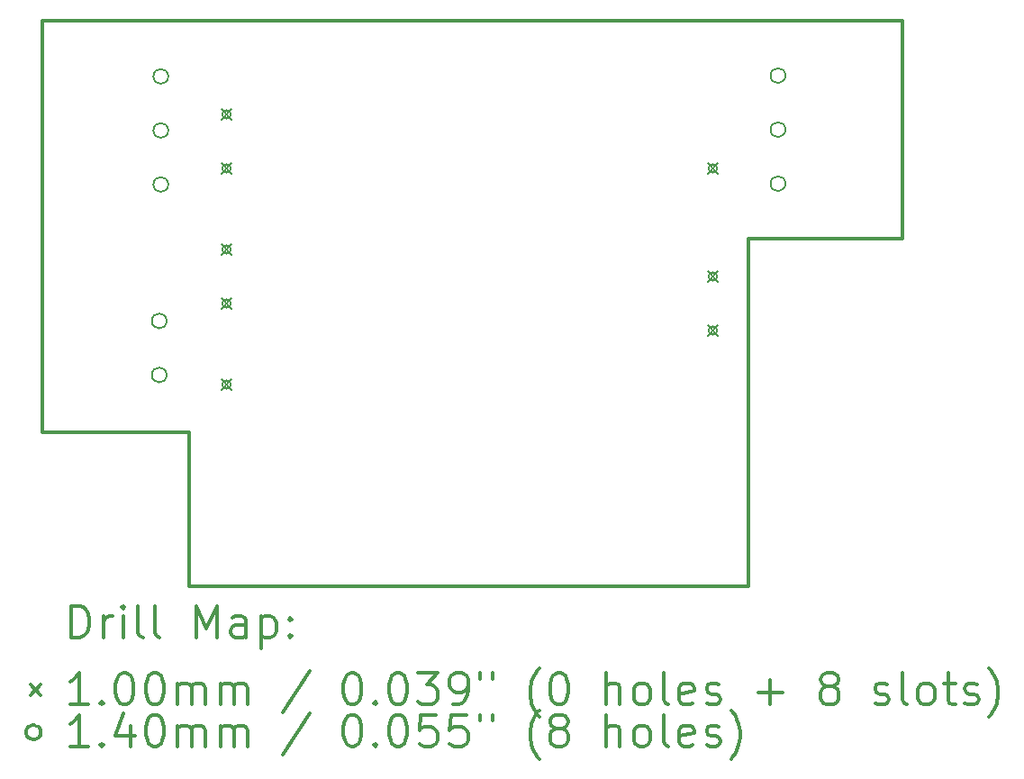
<source format=gbr>
%FSLAX45Y45*%
G04 Gerber Fmt 4.5, Leading zero omitted, Abs format (unit mm)*
G04 Created by KiCad (PCBNEW (5.1.6)-1) date 2021-09-02 16:17:33*
%MOMM*%
%LPD*%
G01*
G04 APERTURE LIST*
%TA.AperFunction,Profile*%
%ADD10C,0.300000*%
%TD*%
%ADD11C,0.200000*%
%ADD12C,0.300000*%
G04 APERTURE END LIST*
D10*
X11659108Y-10307066D02*
X16923512Y-10307066D01*
X11659108Y-8858758D02*
X11659108Y-10307066D01*
X10284206Y-8858758D02*
X11659108Y-8858758D01*
X10284206Y-4984496D02*
X10284206Y-8858758D01*
X18371312Y-4984496D02*
X10284206Y-4984496D01*
X18371312Y-7035292D02*
X18371312Y-4984496D01*
X16923512Y-7035292D02*
X18371312Y-7035292D01*
X16923512Y-10307066D02*
X16923512Y-7035292D01*
D11*
X11964104Y-5819286D02*
X12064104Y-5919286D01*
X12064104Y-5819286D02*
X11964104Y-5919286D01*
X11974104Y-5869286D02*
X11974104Y-5869286D01*
X12054104Y-5869286D02*
X12054104Y-5869286D01*
X11974104Y-5869286D02*
G75*
G03*
X12054104Y-5869286I40000J0D01*
G01*
X12054104Y-5869286D02*
G75*
G03*
X11974104Y-5869286I-40000J0D01*
G01*
X11964104Y-6327286D02*
X12064104Y-6427286D01*
X12064104Y-6327286D02*
X11964104Y-6427286D01*
X11974104Y-6377286D02*
X11974104Y-6377286D01*
X12054104Y-6377286D02*
X12054104Y-6377286D01*
X11974104Y-6377286D02*
G75*
G03*
X12054104Y-6377286I40000J0D01*
G01*
X12054104Y-6377286D02*
G75*
G03*
X11974104Y-6377286I-40000J0D01*
G01*
X11964104Y-7089286D02*
X12064104Y-7189286D01*
X12064104Y-7089286D02*
X11964104Y-7189286D01*
X11974104Y-7139286D02*
X11974104Y-7139286D01*
X12054104Y-7139286D02*
X12054104Y-7139286D01*
X11974104Y-7139286D02*
G75*
G03*
X12054104Y-7139286I40000J0D01*
G01*
X12054104Y-7139286D02*
G75*
G03*
X11974104Y-7139286I-40000J0D01*
G01*
X11964104Y-7597286D02*
X12064104Y-7697286D01*
X12064104Y-7597286D02*
X11964104Y-7697286D01*
X11974104Y-7647286D02*
X11974104Y-7647286D01*
X12054104Y-7647286D02*
X12054104Y-7647286D01*
X11974104Y-7647286D02*
G75*
G03*
X12054104Y-7647286I40000J0D01*
G01*
X12054104Y-7647286D02*
G75*
G03*
X11974104Y-7647286I-40000J0D01*
G01*
X11964104Y-8359286D02*
X12064104Y-8459286D01*
X12064104Y-8359286D02*
X11964104Y-8459286D01*
X11974104Y-8409286D02*
X11974104Y-8409286D01*
X12054104Y-8409286D02*
X12054104Y-8409286D01*
X11974104Y-8409286D02*
G75*
G03*
X12054104Y-8409286I40000J0D01*
G01*
X12054104Y-8409286D02*
G75*
G03*
X11974104Y-8409286I-40000J0D01*
G01*
X16536104Y-6327286D02*
X16636104Y-6427286D01*
X16636104Y-6327286D02*
X16536104Y-6427286D01*
X16546104Y-6377286D02*
X16546104Y-6377286D01*
X16626104Y-6377286D02*
X16626104Y-6377286D01*
X16546104Y-6377286D02*
G75*
G03*
X16626104Y-6377286I40000J0D01*
G01*
X16626104Y-6377286D02*
G75*
G03*
X16546104Y-6377286I-40000J0D01*
G01*
X16536104Y-7343286D02*
X16636104Y-7443286D01*
X16636104Y-7343286D02*
X16536104Y-7443286D01*
X16546104Y-7393286D02*
X16546104Y-7393286D01*
X16626104Y-7393286D02*
X16626104Y-7393286D01*
X16546104Y-7393286D02*
G75*
G03*
X16626104Y-7393286I40000J0D01*
G01*
X16626104Y-7393286D02*
G75*
G03*
X16546104Y-7393286I-40000J0D01*
G01*
X16536104Y-7851286D02*
X16636104Y-7951286D01*
X16636104Y-7851286D02*
X16536104Y-7951286D01*
X16546104Y-7901286D02*
X16546104Y-7901286D01*
X16626104Y-7901286D02*
X16626104Y-7901286D01*
X16546104Y-7901286D02*
G75*
G03*
X16626104Y-7901286I40000J0D01*
G01*
X16626104Y-7901286D02*
G75*
G03*
X16546104Y-7901286I-40000J0D01*
G01*
X11466726Y-5512308D02*
G75*
G03*
X11466726Y-5512308I-70000J0D01*
G01*
X11466726Y-6020308D02*
G75*
G03*
X11466726Y-6020308I-70000J0D01*
G01*
X11466726Y-6528308D02*
G75*
G03*
X11466726Y-6528308I-70000J0D01*
G01*
X17268594Y-5504434D02*
G75*
G03*
X17268594Y-5504434I-70000J0D01*
G01*
X17268594Y-6012434D02*
G75*
G03*
X17268594Y-6012434I-70000J0D01*
G01*
X17268594Y-6520434D02*
G75*
G03*
X17268594Y-6520434I-70000J0D01*
G01*
X11451740Y-7811262D02*
G75*
G03*
X11451740Y-7811262I-70000J0D01*
G01*
X11451740Y-8319262D02*
G75*
G03*
X11451740Y-8319262I-70000J0D01*
G01*
D12*
X10555634Y-10787780D02*
X10555634Y-10487780D01*
X10627063Y-10487780D01*
X10669920Y-10502066D01*
X10698492Y-10530638D01*
X10712777Y-10559209D01*
X10727063Y-10616352D01*
X10727063Y-10659209D01*
X10712777Y-10716352D01*
X10698492Y-10744923D01*
X10669920Y-10773495D01*
X10627063Y-10787780D01*
X10555634Y-10787780D01*
X10855634Y-10787780D02*
X10855634Y-10587780D01*
X10855634Y-10644923D02*
X10869920Y-10616352D01*
X10884206Y-10602066D01*
X10912777Y-10587780D01*
X10941349Y-10587780D01*
X11041349Y-10787780D02*
X11041349Y-10587780D01*
X11041349Y-10487780D02*
X11027063Y-10502066D01*
X11041349Y-10516352D01*
X11055634Y-10502066D01*
X11041349Y-10487780D01*
X11041349Y-10516352D01*
X11227063Y-10787780D02*
X11198492Y-10773495D01*
X11184206Y-10744923D01*
X11184206Y-10487780D01*
X11384206Y-10787780D02*
X11355634Y-10773495D01*
X11341349Y-10744923D01*
X11341349Y-10487780D01*
X11727063Y-10787780D02*
X11727063Y-10487780D01*
X11827063Y-10702066D01*
X11927063Y-10487780D01*
X11927063Y-10787780D01*
X12198492Y-10787780D02*
X12198492Y-10630638D01*
X12184206Y-10602066D01*
X12155634Y-10587780D01*
X12098492Y-10587780D01*
X12069920Y-10602066D01*
X12198492Y-10773495D02*
X12169920Y-10787780D01*
X12098492Y-10787780D01*
X12069920Y-10773495D01*
X12055634Y-10744923D01*
X12055634Y-10716352D01*
X12069920Y-10687780D01*
X12098492Y-10673495D01*
X12169920Y-10673495D01*
X12198492Y-10659209D01*
X12341349Y-10587780D02*
X12341349Y-10887780D01*
X12341349Y-10602066D02*
X12369920Y-10587780D01*
X12427063Y-10587780D01*
X12455634Y-10602066D01*
X12469920Y-10616352D01*
X12484206Y-10644923D01*
X12484206Y-10730638D01*
X12469920Y-10759209D01*
X12455634Y-10773495D01*
X12427063Y-10787780D01*
X12369920Y-10787780D01*
X12341349Y-10773495D01*
X12612777Y-10759209D02*
X12627063Y-10773495D01*
X12612777Y-10787780D01*
X12598492Y-10773495D01*
X12612777Y-10759209D01*
X12612777Y-10787780D01*
X12612777Y-10602066D02*
X12627063Y-10616352D01*
X12612777Y-10630638D01*
X12598492Y-10616352D01*
X12612777Y-10602066D01*
X12612777Y-10630638D01*
X10169206Y-11232066D02*
X10269206Y-11332066D01*
X10269206Y-11232066D02*
X10169206Y-11332066D01*
X10712777Y-11417780D02*
X10541349Y-11417780D01*
X10627063Y-11417780D02*
X10627063Y-11117780D01*
X10598492Y-11160638D01*
X10569920Y-11189209D01*
X10541349Y-11203495D01*
X10841349Y-11389209D02*
X10855634Y-11403495D01*
X10841349Y-11417780D01*
X10827063Y-11403495D01*
X10841349Y-11389209D01*
X10841349Y-11417780D01*
X11041349Y-11117780D02*
X11069920Y-11117780D01*
X11098492Y-11132066D01*
X11112777Y-11146352D01*
X11127063Y-11174923D01*
X11141349Y-11232066D01*
X11141349Y-11303495D01*
X11127063Y-11360637D01*
X11112777Y-11389209D01*
X11098492Y-11403495D01*
X11069920Y-11417780D01*
X11041349Y-11417780D01*
X11012777Y-11403495D01*
X10998492Y-11389209D01*
X10984206Y-11360637D01*
X10969920Y-11303495D01*
X10969920Y-11232066D01*
X10984206Y-11174923D01*
X10998492Y-11146352D01*
X11012777Y-11132066D01*
X11041349Y-11117780D01*
X11327063Y-11117780D02*
X11355634Y-11117780D01*
X11384206Y-11132066D01*
X11398492Y-11146352D01*
X11412777Y-11174923D01*
X11427063Y-11232066D01*
X11427063Y-11303495D01*
X11412777Y-11360637D01*
X11398492Y-11389209D01*
X11384206Y-11403495D01*
X11355634Y-11417780D01*
X11327063Y-11417780D01*
X11298492Y-11403495D01*
X11284206Y-11389209D01*
X11269920Y-11360637D01*
X11255634Y-11303495D01*
X11255634Y-11232066D01*
X11269920Y-11174923D01*
X11284206Y-11146352D01*
X11298492Y-11132066D01*
X11327063Y-11117780D01*
X11555634Y-11417780D02*
X11555634Y-11217780D01*
X11555634Y-11246352D02*
X11569920Y-11232066D01*
X11598492Y-11217780D01*
X11641349Y-11217780D01*
X11669920Y-11232066D01*
X11684206Y-11260637D01*
X11684206Y-11417780D01*
X11684206Y-11260637D02*
X11698492Y-11232066D01*
X11727063Y-11217780D01*
X11769920Y-11217780D01*
X11798492Y-11232066D01*
X11812777Y-11260637D01*
X11812777Y-11417780D01*
X11955634Y-11417780D02*
X11955634Y-11217780D01*
X11955634Y-11246352D02*
X11969920Y-11232066D01*
X11998492Y-11217780D01*
X12041349Y-11217780D01*
X12069920Y-11232066D01*
X12084206Y-11260637D01*
X12084206Y-11417780D01*
X12084206Y-11260637D02*
X12098492Y-11232066D01*
X12127063Y-11217780D01*
X12169920Y-11217780D01*
X12198492Y-11232066D01*
X12212777Y-11260637D01*
X12212777Y-11417780D01*
X12798492Y-11103495D02*
X12541349Y-11489209D01*
X13184206Y-11117780D02*
X13212777Y-11117780D01*
X13241349Y-11132066D01*
X13255634Y-11146352D01*
X13269920Y-11174923D01*
X13284206Y-11232066D01*
X13284206Y-11303495D01*
X13269920Y-11360637D01*
X13255634Y-11389209D01*
X13241349Y-11403495D01*
X13212777Y-11417780D01*
X13184206Y-11417780D01*
X13155634Y-11403495D01*
X13141349Y-11389209D01*
X13127063Y-11360637D01*
X13112777Y-11303495D01*
X13112777Y-11232066D01*
X13127063Y-11174923D01*
X13141349Y-11146352D01*
X13155634Y-11132066D01*
X13184206Y-11117780D01*
X13412777Y-11389209D02*
X13427063Y-11403495D01*
X13412777Y-11417780D01*
X13398492Y-11403495D01*
X13412777Y-11389209D01*
X13412777Y-11417780D01*
X13612777Y-11117780D02*
X13641349Y-11117780D01*
X13669920Y-11132066D01*
X13684206Y-11146352D01*
X13698492Y-11174923D01*
X13712777Y-11232066D01*
X13712777Y-11303495D01*
X13698492Y-11360637D01*
X13684206Y-11389209D01*
X13669920Y-11403495D01*
X13641349Y-11417780D01*
X13612777Y-11417780D01*
X13584206Y-11403495D01*
X13569920Y-11389209D01*
X13555634Y-11360637D01*
X13541349Y-11303495D01*
X13541349Y-11232066D01*
X13555634Y-11174923D01*
X13569920Y-11146352D01*
X13584206Y-11132066D01*
X13612777Y-11117780D01*
X13812777Y-11117780D02*
X13998492Y-11117780D01*
X13898492Y-11232066D01*
X13941349Y-11232066D01*
X13969920Y-11246352D01*
X13984206Y-11260637D01*
X13998492Y-11289209D01*
X13998492Y-11360637D01*
X13984206Y-11389209D01*
X13969920Y-11403495D01*
X13941349Y-11417780D01*
X13855634Y-11417780D01*
X13827063Y-11403495D01*
X13812777Y-11389209D01*
X14141349Y-11417780D02*
X14198492Y-11417780D01*
X14227063Y-11403495D01*
X14241349Y-11389209D01*
X14269920Y-11346352D01*
X14284206Y-11289209D01*
X14284206Y-11174923D01*
X14269920Y-11146352D01*
X14255634Y-11132066D01*
X14227063Y-11117780D01*
X14169920Y-11117780D01*
X14141349Y-11132066D01*
X14127063Y-11146352D01*
X14112777Y-11174923D01*
X14112777Y-11246352D01*
X14127063Y-11274923D01*
X14141349Y-11289209D01*
X14169920Y-11303495D01*
X14227063Y-11303495D01*
X14255634Y-11289209D01*
X14269920Y-11274923D01*
X14284206Y-11246352D01*
X14398492Y-11117780D02*
X14398492Y-11174923D01*
X14512777Y-11117780D02*
X14512777Y-11174923D01*
X14955634Y-11532066D02*
X14941349Y-11517780D01*
X14912777Y-11474923D01*
X14898492Y-11446352D01*
X14884206Y-11403495D01*
X14869920Y-11332066D01*
X14869920Y-11274923D01*
X14884206Y-11203495D01*
X14898492Y-11160638D01*
X14912777Y-11132066D01*
X14941349Y-11089209D01*
X14955634Y-11074923D01*
X15127063Y-11117780D02*
X15155634Y-11117780D01*
X15184206Y-11132066D01*
X15198492Y-11146352D01*
X15212777Y-11174923D01*
X15227063Y-11232066D01*
X15227063Y-11303495D01*
X15212777Y-11360637D01*
X15198492Y-11389209D01*
X15184206Y-11403495D01*
X15155634Y-11417780D01*
X15127063Y-11417780D01*
X15098492Y-11403495D01*
X15084206Y-11389209D01*
X15069920Y-11360637D01*
X15055634Y-11303495D01*
X15055634Y-11232066D01*
X15069920Y-11174923D01*
X15084206Y-11146352D01*
X15098492Y-11132066D01*
X15127063Y-11117780D01*
X15584206Y-11417780D02*
X15584206Y-11117780D01*
X15712777Y-11417780D02*
X15712777Y-11260637D01*
X15698492Y-11232066D01*
X15669920Y-11217780D01*
X15627063Y-11217780D01*
X15598492Y-11232066D01*
X15584206Y-11246352D01*
X15898492Y-11417780D02*
X15869920Y-11403495D01*
X15855634Y-11389209D01*
X15841349Y-11360637D01*
X15841349Y-11274923D01*
X15855634Y-11246352D01*
X15869920Y-11232066D01*
X15898492Y-11217780D01*
X15941349Y-11217780D01*
X15969920Y-11232066D01*
X15984206Y-11246352D01*
X15998492Y-11274923D01*
X15998492Y-11360637D01*
X15984206Y-11389209D01*
X15969920Y-11403495D01*
X15941349Y-11417780D01*
X15898492Y-11417780D01*
X16169920Y-11417780D02*
X16141349Y-11403495D01*
X16127063Y-11374923D01*
X16127063Y-11117780D01*
X16398492Y-11403495D02*
X16369920Y-11417780D01*
X16312777Y-11417780D01*
X16284206Y-11403495D01*
X16269920Y-11374923D01*
X16269920Y-11260637D01*
X16284206Y-11232066D01*
X16312777Y-11217780D01*
X16369920Y-11217780D01*
X16398492Y-11232066D01*
X16412777Y-11260637D01*
X16412777Y-11289209D01*
X16269920Y-11317780D01*
X16527063Y-11403495D02*
X16555634Y-11417780D01*
X16612777Y-11417780D01*
X16641349Y-11403495D01*
X16655634Y-11374923D01*
X16655634Y-11360637D01*
X16641349Y-11332066D01*
X16612777Y-11317780D01*
X16569920Y-11317780D01*
X16541349Y-11303495D01*
X16527063Y-11274923D01*
X16527063Y-11260637D01*
X16541349Y-11232066D01*
X16569920Y-11217780D01*
X16612777Y-11217780D01*
X16641349Y-11232066D01*
X17012777Y-11303495D02*
X17241349Y-11303495D01*
X17127063Y-11417780D02*
X17127063Y-11189209D01*
X17655634Y-11246352D02*
X17627063Y-11232066D01*
X17612777Y-11217780D01*
X17598492Y-11189209D01*
X17598492Y-11174923D01*
X17612777Y-11146352D01*
X17627063Y-11132066D01*
X17655634Y-11117780D01*
X17712777Y-11117780D01*
X17741349Y-11132066D01*
X17755634Y-11146352D01*
X17769920Y-11174923D01*
X17769920Y-11189209D01*
X17755634Y-11217780D01*
X17741349Y-11232066D01*
X17712777Y-11246352D01*
X17655634Y-11246352D01*
X17627063Y-11260637D01*
X17612777Y-11274923D01*
X17598492Y-11303495D01*
X17598492Y-11360637D01*
X17612777Y-11389209D01*
X17627063Y-11403495D01*
X17655634Y-11417780D01*
X17712777Y-11417780D01*
X17741349Y-11403495D01*
X17755634Y-11389209D01*
X17769920Y-11360637D01*
X17769920Y-11303495D01*
X17755634Y-11274923D01*
X17741349Y-11260637D01*
X17712777Y-11246352D01*
X18112777Y-11403495D02*
X18141349Y-11417780D01*
X18198492Y-11417780D01*
X18227063Y-11403495D01*
X18241349Y-11374923D01*
X18241349Y-11360637D01*
X18227063Y-11332066D01*
X18198492Y-11317780D01*
X18155634Y-11317780D01*
X18127063Y-11303495D01*
X18112777Y-11274923D01*
X18112777Y-11260637D01*
X18127063Y-11232066D01*
X18155634Y-11217780D01*
X18198492Y-11217780D01*
X18227063Y-11232066D01*
X18412777Y-11417780D02*
X18384206Y-11403495D01*
X18369920Y-11374923D01*
X18369920Y-11117780D01*
X18569920Y-11417780D02*
X18541349Y-11403495D01*
X18527063Y-11389209D01*
X18512777Y-11360637D01*
X18512777Y-11274923D01*
X18527063Y-11246352D01*
X18541349Y-11232066D01*
X18569920Y-11217780D01*
X18612777Y-11217780D01*
X18641349Y-11232066D01*
X18655634Y-11246352D01*
X18669920Y-11274923D01*
X18669920Y-11360637D01*
X18655634Y-11389209D01*
X18641349Y-11403495D01*
X18612777Y-11417780D01*
X18569920Y-11417780D01*
X18755634Y-11217780D02*
X18869920Y-11217780D01*
X18798492Y-11117780D02*
X18798492Y-11374923D01*
X18812777Y-11403495D01*
X18841349Y-11417780D01*
X18869920Y-11417780D01*
X18955634Y-11403495D02*
X18984206Y-11417780D01*
X19041349Y-11417780D01*
X19069920Y-11403495D01*
X19084206Y-11374923D01*
X19084206Y-11360637D01*
X19069920Y-11332066D01*
X19041349Y-11317780D01*
X18998492Y-11317780D01*
X18969920Y-11303495D01*
X18955634Y-11274923D01*
X18955634Y-11260637D01*
X18969920Y-11232066D01*
X18998492Y-11217780D01*
X19041349Y-11217780D01*
X19069920Y-11232066D01*
X19184206Y-11532066D02*
X19198492Y-11517780D01*
X19227063Y-11474923D01*
X19241349Y-11446352D01*
X19255634Y-11403495D01*
X19269920Y-11332066D01*
X19269920Y-11274923D01*
X19255634Y-11203495D01*
X19241349Y-11160638D01*
X19227063Y-11132066D01*
X19198492Y-11089209D01*
X19184206Y-11074923D01*
X10269206Y-11678066D02*
G75*
G03*
X10269206Y-11678066I-70000J0D01*
G01*
X10712777Y-11813780D02*
X10541349Y-11813780D01*
X10627063Y-11813780D02*
X10627063Y-11513780D01*
X10598492Y-11556637D01*
X10569920Y-11585209D01*
X10541349Y-11599495D01*
X10841349Y-11785209D02*
X10855634Y-11799495D01*
X10841349Y-11813780D01*
X10827063Y-11799495D01*
X10841349Y-11785209D01*
X10841349Y-11813780D01*
X11112777Y-11613780D02*
X11112777Y-11813780D01*
X11041349Y-11499495D02*
X10969920Y-11713780D01*
X11155634Y-11713780D01*
X11327063Y-11513780D02*
X11355634Y-11513780D01*
X11384206Y-11528066D01*
X11398492Y-11542352D01*
X11412777Y-11570923D01*
X11427063Y-11628066D01*
X11427063Y-11699495D01*
X11412777Y-11756637D01*
X11398492Y-11785209D01*
X11384206Y-11799495D01*
X11355634Y-11813780D01*
X11327063Y-11813780D01*
X11298492Y-11799495D01*
X11284206Y-11785209D01*
X11269920Y-11756637D01*
X11255634Y-11699495D01*
X11255634Y-11628066D01*
X11269920Y-11570923D01*
X11284206Y-11542352D01*
X11298492Y-11528066D01*
X11327063Y-11513780D01*
X11555634Y-11813780D02*
X11555634Y-11613780D01*
X11555634Y-11642352D02*
X11569920Y-11628066D01*
X11598492Y-11613780D01*
X11641349Y-11613780D01*
X11669920Y-11628066D01*
X11684206Y-11656637D01*
X11684206Y-11813780D01*
X11684206Y-11656637D02*
X11698492Y-11628066D01*
X11727063Y-11613780D01*
X11769920Y-11613780D01*
X11798492Y-11628066D01*
X11812777Y-11656637D01*
X11812777Y-11813780D01*
X11955634Y-11813780D02*
X11955634Y-11613780D01*
X11955634Y-11642352D02*
X11969920Y-11628066D01*
X11998492Y-11613780D01*
X12041349Y-11613780D01*
X12069920Y-11628066D01*
X12084206Y-11656637D01*
X12084206Y-11813780D01*
X12084206Y-11656637D02*
X12098492Y-11628066D01*
X12127063Y-11613780D01*
X12169920Y-11613780D01*
X12198492Y-11628066D01*
X12212777Y-11656637D01*
X12212777Y-11813780D01*
X12798492Y-11499495D02*
X12541349Y-11885209D01*
X13184206Y-11513780D02*
X13212777Y-11513780D01*
X13241349Y-11528066D01*
X13255634Y-11542352D01*
X13269920Y-11570923D01*
X13284206Y-11628066D01*
X13284206Y-11699495D01*
X13269920Y-11756637D01*
X13255634Y-11785209D01*
X13241349Y-11799495D01*
X13212777Y-11813780D01*
X13184206Y-11813780D01*
X13155634Y-11799495D01*
X13141349Y-11785209D01*
X13127063Y-11756637D01*
X13112777Y-11699495D01*
X13112777Y-11628066D01*
X13127063Y-11570923D01*
X13141349Y-11542352D01*
X13155634Y-11528066D01*
X13184206Y-11513780D01*
X13412777Y-11785209D02*
X13427063Y-11799495D01*
X13412777Y-11813780D01*
X13398492Y-11799495D01*
X13412777Y-11785209D01*
X13412777Y-11813780D01*
X13612777Y-11513780D02*
X13641349Y-11513780D01*
X13669920Y-11528066D01*
X13684206Y-11542352D01*
X13698492Y-11570923D01*
X13712777Y-11628066D01*
X13712777Y-11699495D01*
X13698492Y-11756637D01*
X13684206Y-11785209D01*
X13669920Y-11799495D01*
X13641349Y-11813780D01*
X13612777Y-11813780D01*
X13584206Y-11799495D01*
X13569920Y-11785209D01*
X13555634Y-11756637D01*
X13541349Y-11699495D01*
X13541349Y-11628066D01*
X13555634Y-11570923D01*
X13569920Y-11542352D01*
X13584206Y-11528066D01*
X13612777Y-11513780D01*
X13984206Y-11513780D02*
X13841349Y-11513780D01*
X13827063Y-11656637D01*
X13841349Y-11642352D01*
X13869920Y-11628066D01*
X13941349Y-11628066D01*
X13969920Y-11642352D01*
X13984206Y-11656637D01*
X13998492Y-11685209D01*
X13998492Y-11756637D01*
X13984206Y-11785209D01*
X13969920Y-11799495D01*
X13941349Y-11813780D01*
X13869920Y-11813780D01*
X13841349Y-11799495D01*
X13827063Y-11785209D01*
X14269920Y-11513780D02*
X14127063Y-11513780D01*
X14112777Y-11656637D01*
X14127063Y-11642352D01*
X14155634Y-11628066D01*
X14227063Y-11628066D01*
X14255634Y-11642352D01*
X14269920Y-11656637D01*
X14284206Y-11685209D01*
X14284206Y-11756637D01*
X14269920Y-11785209D01*
X14255634Y-11799495D01*
X14227063Y-11813780D01*
X14155634Y-11813780D01*
X14127063Y-11799495D01*
X14112777Y-11785209D01*
X14398492Y-11513780D02*
X14398492Y-11570923D01*
X14512777Y-11513780D02*
X14512777Y-11570923D01*
X14955634Y-11928066D02*
X14941349Y-11913780D01*
X14912777Y-11870923D01*
X14898492Y-11842352D01*
X14884206Y-11799495D01*
X14869920Y-11728066D01*
X14869920Y-11670923D01*
X14884206Y-11599495D01*
X14898492Y-11556637D01*
X14912777Y-11528066D01*
X14941349Y-11485209D01*
X14955634Y-11470923D01*
X15112777Y-11642352D02*
X15084206Y-11628066D01*
X15069920Y-11613780D01*
X15055634Y-11585209D01*
X15055634Y-11570923D01*
X15069920Y-11542352D01*
X15084206Y-11528066D01*
X15112777Y-11513780D01*
X15169920Y-11513780D01*
X15198492Y-11528066D01*
X15212777Y-11542352D01*
X15227063Y-11570923D01*
X15227063Y-11585209D01*
X15212777Y-11613780D01*
X15198492Y-11628066D01*
X15169920Y-11642352D01*
X15112777Y-11642352D01*
X15084206Y-11656637D01*
X15069920Y-11670923D01*
X15055634Y-11699495D01*
X15055634Y-11756637D01*
X15069920Y-11785209D01*
X15084206Y-11799495D01*
X15112777Y-11813780D01*
X15169920Y-11813780D01*
X15198492Y-11799495D01*
X15212777Y-11785209D01*
X15227063Y-11756637D01*
X15227063Y-11699495D01*
X15212777Y-11670923D01*
X15198492Y-11656637D01*
X15169920Y-11642352D01*
X15584206Y-11813780D02*
X15584206Y-11513780D01*
X15712777Y-11813780D02*
X15712777Y-11656637D01*
X15698492Y-11628066D01*
X15669920Y-11613780D01*
X15627063Y-11613780D01*
X15598492Y-11628066D01*
X15584206Y-11642352D01*
X15898492Y-11813780D02*
X15869920Y-11799495D01*
X15855634Y-11785209D01*
X15841349Y-11756637D01*
X15841349Y-11670923D01*
X15855634Y-11642352D01*
X15869920Y-11628066D01*
X15898492Y-11613780D01*
X15941349Y-11613780D01*
X15969920Y-11628066D01*
X15984206Y-11642352D01*
X15998492Y-11670923D01*
X15998492Y-11756637D01*
X15984206Y-11785209D01*
X15969920Y-11799495D01*
X15941349Y-11813780D01*
X15898492Y-11813780D01*
X16169920Y-11813780D02*
X16141349Y-11799495D01*
X16127063Y-11770923D01*
X16127063Y-11513780D01*
X16398492Y-11799495D02*
X16369920Y-11813780D01*
X16312777Y-11813780D01*
X16284206Y-11799495D01*
X16269920Y-11770923D01*
X16269920Y-11656637D01*
X16284206Y-11628066D01*
X16312777Y-11613780D01*
X16369920Y-11613780D01*
X16398492Y-11628066D01*
X16412777Y-11656637D01*
X16412777Y-11685209D01*
X16269920Y-11713780D01*
X16527063Y-11799495D02*
X16555634Y-11813780D01*
X16612777Y-11813780D01*
X16641349Y-11799495D01*
X16655634Y-11770923D01*
X16655634Y-11756637D01*
X16641349Y-11728066D01*
X16612777Y-11713780D01*
X16569920Y-11713780D01*
X16541349Y-11699495D01*
X16527063Y-11670923D01*
X16527063Y-11656637D01*
X16541349Y-11628066D01*
X16569920Y-11613780D01*
X16612777Y-11613780D01*
X16641349Y-11628066D01*
X16755634Y-11928066D02*
X16769920Y-11913780D01*
X16798492Y-11870923D01*
X16812777Y-11842352D01*
X16827063Y-11799495D01*
X16841349Y-11728066D01*
X16841349Y-11670923D01*
X16827063Y-11599495D01*
X16812777Y-11556637D01*
X16798492Y-11528066D01*
X16769920Y-11485209D01*
X16755634Y-11470923D01*
M02*

</source>
